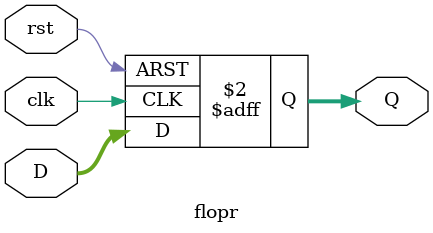
<source format=v>
`timescale 1ns / 1ps

module flopr #(parameter WIDTH = 8)
(
               
   input  clk,
   input  rst,
   input  [WIDTH-1:0] D,
   output reg [WIDTH-1:0] Q
);
   always @(posedge clk or posedge rst) 
   begin
      if (rst) 
         Q <= 0;
      else 
         Q <= D;
   end
endmodule
</source>
